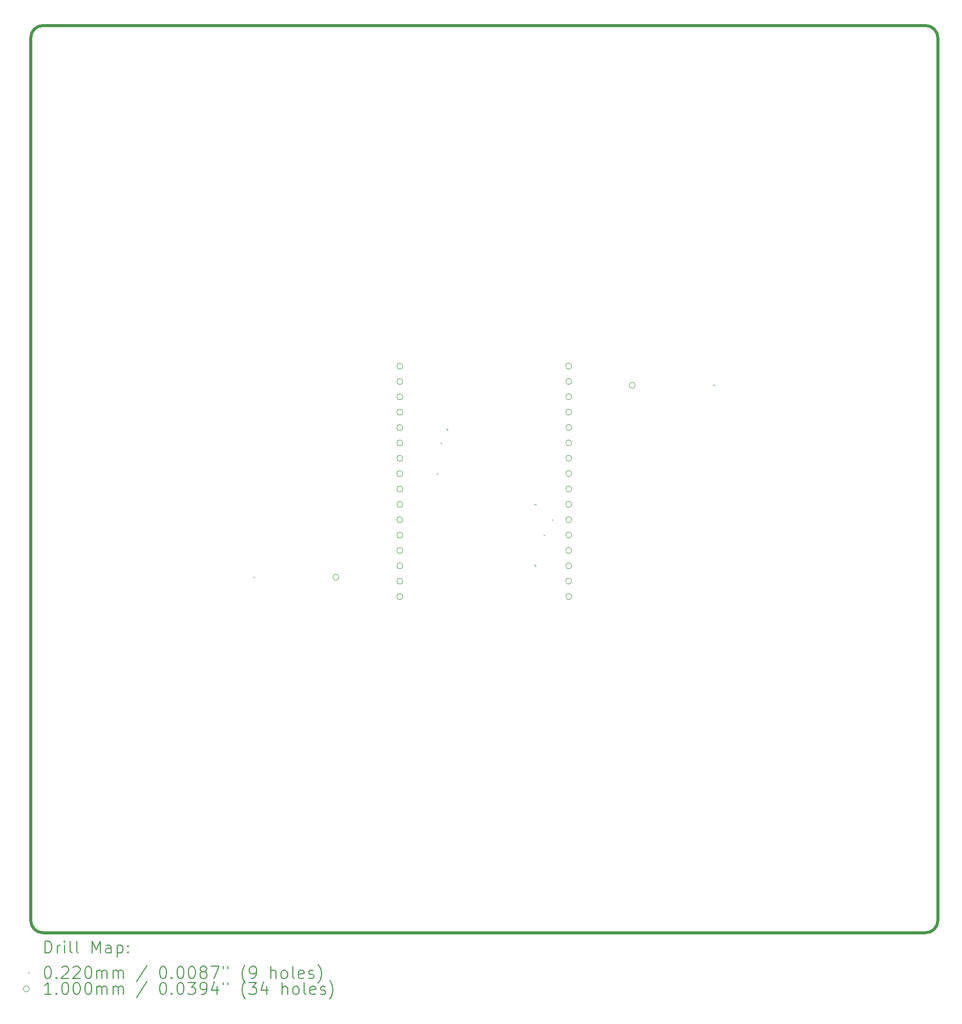
<source format=gbr>
%TF.GenerationSoftware,KiCad,Pcbnew,9.0.4*%
%TF.CreationDate,2025-11-21T09:51:15+00:00*%
%TF.ProjectId,PyBoardTester,5079426f-6172-4645-9465-737465722e6b,rev?*%
%TF.SameCoordinates,Original*%
%TF.FileFunction,Drillmap*%
%TF.FilePolarity,Positive*%
%FSLAX45Y45*%
G04 Gerber Fmt 4.5, Leading zero omitted, Abs format (unit mm)*
G04 Created by KiCad (PCBNEW 9.0.4) date 2025-11-21 09:51:15*
%MOMM*%
%LPD*%
G01*
G04 APERTURE LIST*
%ADD10C,0.500000*%
%ADD11C,0.200000*%
%ADD12C,0.100000*%
G04 APERTURE END LIST*
D10*
X17000000Y-3100000D02*
X17000000Y-17700000D01*
X2200000Y-17900000D02*
G75*
G02*
X2000000Y-17700000I0J200000D01*
G01*
X2200000Y-2900000D02*
X16800000Y-2900000D01*
X16800000Y-17900000D02*
X2200000Y-17900000D01*
X16800000Y-2900000D02*
G75*
G02*
X17000000Y-3100000I0J-200000D01*
G01*
X2000000Y-17700000D02*
X2000000Y-3100000D01*
X17000000Y-17700000D02*
G75*
G02*
X16800000Y-17900000I-200000J0D01*
G01*
X2000000Y-3100000D02*
G75*
G02*
X2200000Y-2900000I200000J0D01*
G01*
D11*
D12*
X5680400Y-12009063D02*
X5702400Y-12031063D01*
X5702400Y-12009063D02*
X5680400Y-12031063D01*
X8709000Y-10297063D02*
X8731000Y-10319063D01*
X8731000Y-10297063D02*
X8709000Y-10319063D01*
X8779000Y-9789063D02*
X8801000Y-9811063D01*
X8801000Y-9789063D02*
X8779000Y-9811063D01*
X8874000Y-9564063D02*
X8896000Y-9586063D01*
X8896000Y-9564063D02*
X8874000Y-9586063D01*
X10330400Y-10804063D02*
X10352400Y-10826063D01*
X10352400Y-10804063D02*
X10330400Y-10826063D01*
X10330400Y-11819063D02*
X10352400Y-11841063D01*
X10352400Y-11819063D02*
X10330400Y-11841063D01*
X10480400Y-11314063D02*
X10502400Y-11336063D01*
X10502400Y-11314063D02*
X10480400Y-11336063D01*
X10615400Y-11059063D02*
X10637400Y-11081063D01*
X10637400Y-11059063D02*
X10615400Y-11081063D01*
X13285400Y-8834063D02*
X13307400Y-8856063D01*
X13307400Y-8834063D02*
X13285400Y-8856063D01*
X7094068Y-12021569D02*
G75*
G02*
X6994068Y-12021569I-50000J0D01*
G01*
X6994068Y-12021569D02*
G75*
G02*
X7094068Y-12021569I50000J0D01*
G01*
X8153000Y-8531263D02*
G75*
G02*
X8053000Y-8531263I-50000J0D01*
G01*
X8053000Y-8531263D02*
G75*
G02*
X8153000Y-8531263I50000J0D01*
G01*
X8153000Y-8785263D02*
G75*
G02*
X8053000Y-8785263I-50000J0D01*
G01*
X8053000Y-8785263D02*
G75*
G02*
X8153000Y-8785263I50000J0D01*
G01*
X8153000Y-9039263D02*
G75*
G02*
X8053000Y-9039263I-50000J0D01*
G01*
X8053000Y-9039263D02*
G75*
G02*
X8153000Y-9039263I50000J0D01*
G01*
X8153000Y-9293263D02*
G75*
G02*
X8053000Y-9293263I-50000J0D01*
G01*
X8053000Y-9293263D02*
G75*
G02*
X8153000Y-9293263I50000J0D01*
G01*
X8153000Y-9547263D02*
G75*
G02*
X8053000Y-9547263I-50000J0D01*
G01*
X8053000Y-9547263D02*
G75*
G02*
X8153000Y-9547263I50000J0D01*
G01*
X8153000Y-9801263D02*
G75*
G02*
X8053000Y-9801263I-50000J0D01*
G01*
X8053000Y-9801263D02*
G75*
G02*
X8153000Y-9801263I50000J0D01*
G01*
X8153000Y-10055263D02*
G75*
G02*
X8053000Y-10055263I-50000J0D01*
G01*
X8053000Y-10055263D02*
G75*
G02*
X8153000Y-10055263I50000J0D01*
G01*
X8153000Y-10309263D02*
G75*
G02*
X8053000Y-10309263I-50000J0D01*
G01*
X8053000Y-10309263D02*
G75*
G02*
X8153000Y-10309263I50000J0D01*
G01*
X8153000Y-10563263D02*
G75*
G02*
X8053000Y-10563263I-50000J0D01*
G01*
X8053000Y-10563263D02*
G75*
G02*
X8153000Y-10563263I50000J0D01*
G01*
X8153000Y-10817263D02*
G75*
G02*
X8053000Y-10817263I-50000J0D01*
G01*
X8053000Y-10817263D02*
G75*
G02*
X8153000Y-10817263I50000J0D01*
G01*
X8153000Y-11071263D02*
G75*
G02*
X8053000Y-11071263I-50000J0D01*
G01*
X8053000Y-11071263D02*
G75*
G02*
X8153000Y-11071263I50000J0D01*
G01*
X8153000Y-11325263D02*
G75*
G02*
X8053000Y-11325263I-50000J0D01*
G01*
X8053000Y-11325263D02*
G75*
G02*
X8153000Y-11325263I50000J0D01*
G01*
X8153000Y-11579263D02*
G75*
G02*
X8053000Y-11579263I-50000J0D01*
G01*
X8053000Y-11579263D02*
G75*
G02*
X8153000Y-11579263I50000J0D01*
G01*
X8153000Y-11833263D02*
G75*
G02*
X8053000Y-11833263I-50000J0D01*
G01*
X8053000Y-11833263D02*
G75*
G02*
X8153000Y-11833263I50000J0D01*
G01*
X8153000Y-12087263D02*
G75*
G02*
X8053000Y-12087263I-50000J0D01*
G01*
X8053000Y-12087263D02*
G75*
G02*
X8153000Y-12087263I50000J0D01*
G01*
X8153000Y-12341263D02*
G75*
G02*
X8053000Y-12341263I-50000J0D01*
G01*
X8053000Y-12341263D02*
G75*
G02*
X8153000Y-12341263I50000J0D01*
G01*
X10946400Y-8530063D02*
G75*
G02*
X10846400Y-8530063I-50000J0D01*
G01*
X10846400Y-8530063D02*
G75*
G02*
X10946400Y-8530063I50000J0D01*
G01*
X10946400Y-8784063D02*
G75*
G02*
X10846400Y-8784063I-50000J0D01*
G01*
X10846400Y-8784063D02*
G75*
G02*
X10946400Y-8784063I50000J0D01*
G01*
X10946400Y-9038063D02*
G75*
G02*
X10846400Y-9038063I-50000J0D01*
G01*
X10846400Y-9038063D02*
G75*
G02*
X10946400Y-9038063I50000J0D01*
G01*
X10946400Y-9292063D02*
G75*
G02*
X10846400Y-9292063I-50000J0D01*
G01*
X10846400Y-9292063D02*
G75*
G02*
X10946400Y-9292063I50000J0D01*
G01*
X10946400Y-9546063D02*
G75*
G02*
X10846400Y-9546063I-50000J0D01*
G01*
X10846400Y-9546063D02*
G75*
G02*
X10946400Y-9546063I50000J0D01*
G01*
X10946400Y-9800063D02*
G75*
G02*
X10846400Y-9800063I-50000J0D01*
G01*
X10846400Y-9800063D02*
G75*
G02*
X10946400Y-9800063I50000J0D01*
G01*
X10946400Y-10054063D02*
G75*
G02*
X10846400Y-10054063I-50000J0D01*
G01*
X10846400Y-10054063D02*
G75*
G02*
X10946400Y-10054063I50000J0D01*
G01*
X10946400Y-10308063D02*
G75*
G02*
X10846400Y-10308063I-50000J0D01*
G01*
X10846400Y-10308063D02*
G75*
G02*
X10946400Y-10308063I50000J0D01*
G01*
X10946400Y-10562063D02*
G75*
G02*
X10846400Y-10562063I-50000J0D01*
G01*
X10846400Y-10562063D02*
G75*
G02*
X10946400Y-10562063I50000J0D01*
G01*
X10946400Y-10816063D02*
G75*
G02*
X10846400Y-10816063I-50000J0D01*
G01*
X10846400Y-10816063D02*
G75*
G02*
X10946400Y-10816063I50000J0D01*
G01*
X10946400Y-11070063D02*
G75*
G02*
X10846400Y-11070063I-50000J0D01*
G01*
X10846400Y-11070063D02*
G75*
G02*
X10946400Y-11070063I50000J0D01*
G01*
X10946400Y-11324063D02*
G75*
G02*
X10846400Y-11324063I-50000J0D01*
G01*
X10846400Y-11324063D02*
G75*
G02*
X10946400Y-11324063I50000J0D01*
G01*
X10946400Y-11578063D02*
G75*
G02*
X10846400Y-11578063I-50000J0D01*
G01*
X10846400Y-11578063D02*
G75*
G02*
X10946400Y-11578063I50000J0D01*
G01*
X10946400Y-11832063D02*
G75*
G02*
X10846400Y-11832063I-50000J0D01*
G01*
X10846400Y-11832063D02*
G75*
G02*
X10946400Y-11832063I50000J0D01*
G01*
X10946400Y-12086063D02*
G75*
G02*
X10846400Y-12086063I-50000J0D01*
G01*
X10846400Y-12086063D02*
G75*
G02*
X10946400Y-12086063I50000J0D01*
G01*
X10946400Y-12340063D02*
G75*
G02*
X10846400Y-12340063I-50000J0D01*
G01*
X10846400Y-12340063D02*
G75*
G02*
X10946400Y-12340063I50000J0D01*
G01*
X11996400Y-8847397D02*
G75*
G02*
X11896400Y-8847397I-50000J0D01*
G01*
X11896400Y-8847397D02*
G75*
G02*
X11996400Y-8847397I50000J0D01*
G01*
D11*
X2235777Y-18236484D02*
X2235777Y-18036484D01*
X2235777Y-18036484D02*
X2283396Y-18036484D01*
X2283396Y-18036484D02*
X2311967Y-18046008D01*
X2311967Y-18046008D02*
X2331015Y-18065055D01*
X2331015Y-18065055D02*
X2340539Y-18084103D01*
X2340539Y-18084103D02*
X2350063Y-18122198D01*
X2350063Y-18122198D02*
X2350063Y-18150770D01*
X2350063Y-18150770D02*
X2340539Y-18188865D01*
X2340539Y-18188865D02*
X2331015Y-18207912D01*
X2331015Y-18207912D02*
X2311967Y-18226960D01*
X2311967Y-18226960D02*
X2283396Y-18236484D01*
X2283396Y-18236484D02*
X2235777Y-18236484D01*
X2435777Y-18236484D02*
X2435777Y-18103150D01*
X2435777Y-18141246D02*
X2445301Y-18122198D01*
X2445301Y-18122198D02*
X2454824Y-18112674D01*
X2454824Y-18112674D02*
X2473872Y-18103150D01*
X2473872Y-18103150D02*
X2492920Y-18103150D01*
X2559586Y-18236484D02*
X2559586Y-18103150D01*
X2559586Y-18036484D02*
X2550063Y-18046008D01*
X2550063Y-18046008D02*
X2559586Y-18055531D01*
X2559586Y-18055531D02*
X2569110Y-18046008D01*
X2569110Y-18046008D02*
X2559586Y-18036484D01*
X2559586Y-18036484D02*
X2559586Y-18055531D01*
X2683396Y-18236484D02*
X2664348Y-18226960D01*
X2664348Y-18226960D02*
X2654824Y-18207912D01*
X2654824Y-18207912D02*
X2654824Y-18036484D01*
X2788158Y-18236484D02*
X2769110Y-18226960D01*
X2769110Y-18226960D02*
X2759586Y-18207912D01*
X2759586Y-18207912D02*
X2759586Y-18036484D01*
X3016729Y-18236484D02*
X3016729Y-18036484D01*
X3016729Y-18036484D02*
X3083396Y-18179341D01*
X3083396Y-18179341D02*
X3150062Y-18036484D01*
X3150062Y-18036484D02*
X3150062Y-18236484D01*
X3331015Y-18236484D02*
X3331015Y-18131722D01*
X3331015Y-18131722D02*
X3321491Y-18112674D01*
X3321491Y-18112674D02*
X3302443Y-18103150D01*
X3302443Y-18103150D02*
X3264348Y-18103150D01*
X3264348Y-18103150D02*
X3245301Y-18112674D01*
X3331015Y-18226960D02*
X3311967Y-18236484D01*
X3311967Y-18236484D02*
X3264348Y-18236484D01*
X3264348Y-18236484D02*
X3245301Y-18226960D01*
X3245301Y-18226960D02*
X3235777Y-18207912D01*
X3235777Y-18207912D02*
X3235777Y-18188865D01*
X3235777Y-18188865D02*
X3245301Y-18169817D01*
X3245301Y-18169817D02*
X3264348Y-18160293D01*
X3264348Y-18160293D02*
X3311967Y-18160293D01*
X3311967Y-18160293D02*
X3331015Y-18150770D01*
X3426253Y-18103150D02*
X3426253Y-18303150D01*
X3426253Y-18112674D02*
X3445301Y-18103150D01*
X3445301Y-18103150D02*
X3483396Y-18103150D01*
X3483396Y-18103150D02*
X3502443Y-18112674D01*
X3502443Y-18112674D02*
X3511967Y-18122198D01*
X3511967Y-18122198D02*
X3521491Y-18141246D01*
X3521491Y-18141246D02*
X3521491Y-18198389D01*
X3521491Y-18198389D02*
X3511967Y-18217436D01*
X3511967Y-18217436D02*
X3502443Y-18226960D01*
X3502443Y-18226960D02*
X3483396Y-18236484D01*
X3483396Y-18236484D02*
X3445301Y-18236484D01*
X3445301Y-18236484D02*
X3426253Y-18226960D01*
X3607205Y-18217436D02*
X3616729Y-18226960D01*
X3616729Y-18226960D02*
X3607205Y-18236484D01*
X3607205Y-18236484D02*
X3597682Y-18226960D01*
X3597682Y-18226960D02*
X3607205Y-18217436D01*
X3607205Y-18217436D02*
X3607205Y-18236484D01*
X3607205Y-18112674D02*
X3616729Y-18122198D01*
X3616729Y-18122198D02*
X3607205Y-18131722D01*
X3607205Y-18131722D02*
X3597682Y-18122198D01*
X3597682Y-18122198D02*
X3607205Y-18112674D01*
X3607205Y-18112674D02*
X3607205Y-18131722D01*
D12*
X1953000Y-18554000D02*
X1975000Y-18576000D01*
X1975000Y-18554000D02*
X1953000Y-18576000D01*
D11*
X2273872Y-18456484D02*
X2292920Y-18456484D01*
X2292920Y-18456484D02*
X2311967Y-18466008D01*
X2311967Y-18466008D02*
X2321491Y-18475531D01*
X2321491Y-18475531D02*
X2331015Y-18494579D01*
X2331015Y-18494579D02*
X2340539Y-18532674D01*
X2340539Y-18532674D02*
X2340539Y-18580293D01*
X2340539Y-18580293D02*
X2331015Y-18618389D01*
X2331015Y-18618389D02*
X2321491Y-18637436D01*
X2321491Y-18637436D02*
X2311967Y-18646960D01*
X2311967Y-18646960D02*
X2292920Y-18656484D01*
X2292920Y-18656484D02*
X2273872Y-18656484D01*
X2273872Y-18656484D02*
X2254824Y-18646960D01*
X2254824Y-18646960D02*
X2245301Y-18637436D01*
X2245301Y-18637436D02*
X2235777Y-18618389D01*
X2235777Y-18618389D02*
X2226253Y-18580293D01*
X2226253Y-18580293D02*
X2226253Y-18532674D01*
X2226253Y-18532674D02*
X2235777Y-18494579D01*
X2235777Y-18494579D02*
X2245301Y-18475531D01*
X2245301Y-18475531D02*
X2254824Y-18466008D01*
X2254824Y-18466008D02*
X2273872Y-18456484D01*
X2426253Y-18637436D02*
X2435777Y-18646960D01*
X2435777Y-18646960D02*
X2426253Y-18656484D01*
X2426253Y-18656484D02*
X2416729Y-18646960D01*
X2416729Y-18646960D02*
X2426253Y-18637436D01*
X2426253Y-18637436D02*
X2426253Y-18656484D01*
X2511967Y-18475531D02*
X2521491Y-18466008D01*
X2521491Y-18466008D02*
X2540539Y-18456484D01*
X2540539Y-18456484D02*
X2588158Y-18456484D01*
X2588158Y-18456484D02*
X2607205Y-18466008D01*
X2607205Y-18466008D02*
X2616729Y-18475531D01*
X2616729Y-18475531D02*
X2626253Y-18494579D01*
X2626253Y-18494579D02*
X2626253Y-18513627D01*
X2626253Y-18513627D02*
X2616729Y-18542198D01*
X2616729Y-18542198D02*
X2502444Y-18656484D01*
X2502444Y-18656484D02*
X2626253Y-18656484D01*
X2702444Y-18475531D02*
X2711967Y-18466008D01*
X2711967Y-18466008D02*
X2731015Y-18456484D01*
X2731015Y-18456484D02*
X2778634Y-18456484D01*
X2778634Y-18456484D02*
X2797682Y-18466008D01*
X2797682Y-18466008D02*
X2807205Y-18475531D01*
X2807205Y-18475531D02*
X2816729Y-18494579D01*
X2816729Y-18494579D02*
X2816729Y-18513627D01*
X2816729Y-18513627D02*
X2807205Y-18542198D01*
X2807205Y-18542198D02*
X2692920Y-18656484D01*
X2692920Y-18656484D02*
X2816729Y-18656484D01*
X2940539Y-18456484D02*
X2959586Y-18456484D01*
X2959586Y-18456484D02*
X2978634Y-18466008D01*
X2978634Y-18466008D02*
X2988158Y-18475531D01*
X2988158Y-18475531D02*
X2997682Y-18494579D01*
X2997682Y-18494579D02*
X3007205Y-18532674D01*
X3007205Y-18532674D02*
X3007205Y-18580293D01*
X3007205Y-18580293D02*
X2997682Y-18618389D01*
X2997682Y-18618389D02*
X2988158Y-18637436D01*
X2988158Y-18637436D02*
X2978634Y-18646960D01*
X2978634Y-18646960D02*
X2959586Y-18656484D01*
X2959586Y-18656484D02*
X2940539Y-18656484D01*
X2940539Y-18656484D02*
X2921491Y-18646960D01*
X2921491Y-18646960D02*
X2911967Y-18637436D01*
X2911967Y-18637436D02*
X2902443Y-18618389D01*
X2902443Y-18618389D02*
X2892920Y-18580293D01*
X2892920Y-18580293D02*
X2892920Y-18532674D01*
X2892920Y-18532674D02*
X2902443Y-18494579D01*
X2902443Y-18494579D02*
X2911967Y-18475531D01*
X2911967Y-18475531D02*
X2921491Y-18466008D01*
X2921491Y-18466008D02*
X2940539Y-18456484D01*
X3092920Y-18656484D02*
X3092920Y-18523150D01*
X3092920Y-18542198D02*
X3102443Y-18532674D01*
X3102443Y-18532674D02*
X3121491Y-18523150D01*
X3121491Y-18523150D02*
X3150063Y-18523150D01*
X3150063Y-18523150D02*
X3169110Y-18532674D01*
X3169110Y-18532674D02*
X3178634Y-18551722D01*
X3178634Y-18551722D02*
X3178634Y-18656484D01*
X3178634Y-18551722D02*
X3188158Y-18532674D01*
X3188158Y-18532674D02*
X3207205Y-18523150D01*
X3207205Y-18523150D02*
X3235777Y-18523150D01*
X3235777Y-18523150D02*
X3254824Y-18532674D01*
X3254824Y-18532674D02*
X3264348Y-18551722D01*
X3264348Y-18551722D02*
X3264348Y-18656484D01*
X3359586Y-18656484D02*
X3359586Y-18523150D01*
X3359586Y-18542198D02*
X3369110Y-18532674D01*
X3369110Y-18532674D02*
X3388158Y-18523150D01*
X3388158Y-18523150D02*
X3416729Y-18523150D01*
X3416729Y-18523150D02*
X3435777Y-18532674D01*
X3435777Y-18532674D02*
X3445301Y-18551722D01*
X3445301Y-18551722D02*
X3445301Y-18656484D01*
X3445301Y-18551722D02*
X3454824Y-18532674D01*
X3454824Y-18532674D02*
X3473872Y-18523150D01*
X3473872Y-18523150D02*
X3502443Y-18523150D01*
X3502443Y-18523150D02*
X3521491Y-18532674D01*
X3521491Y-18532674D02*
X3531015Y-18551722D01*
X3531015Y-18551722D02*
X3531015Y-18656484D01*
X3921491Y-18446960D02*
X3750063Y-18704103D01*
X4178634Y-18456484D02*
X4197682Y-18456484D01*
X4197682Y-18456484D02*
X4216729Y-18466008D01*
X4216729Y-18466008D02*
X4226253Y-18475531D01*
X4226253Y-18475531D02*
X4235777Y-18494579D01*
X4235777Y-18494579D02*
X4245301Y-18532674D01*
X4245301Y-18532674D02*
X4245301Y-18580293D01*
X4245301Y-18580293D02*
X4235777Y-18618389D01*
X4235777Y-18618389D02*
X4226253Y-18637436D01*
X4226253Y-18637436D02*
X4216729Y-18646960D01*
X4216729Y-18646960D02*
X4197682Y-18656484D01*
X4197682Y-18656484D02*
X4178634Y-18656484D01*
X4178634Y-18656484D02*
X4159586Y-18646960D01*
X4159586Y-18646960D02*
X4150063Y-18637436D01*
X4150063Y-18637436D02*
X4140539Y-18618389D01*
X4140539Y-18618389D02*
X4131015Y-18580293D01*
X4131015Y-18580293D02*
X4131015Y-18532674D01*
X4131015Y-18532674D02*
X4140539Y-18494579D01*
X4140539Y-18494579D02*
X4150063Y-18475531D01*
X4150063Y-18475531D02*
X4159586Y-18466008D01*
X4159586Y-18466008D02*
X4178634Y-18456484D01*
X4331015Y-18637436D02*
X4340539Y-18646960D01*
X4340539Y-18646960D02*
X4331015Y-18656484D01*
X4331015Y-18656484D02*
X4321491Y-18646960D01*
X4321491Y-18646960D02*
X4331015Y-18637436D01*
X4331015Y-18637436D02*
X4331015Y-18656484D01*
X4464348Y-18456484D02*
X4483396Y-18456484D01*
X4483396Y-18456484D02*
X4502444Y-18466008D01*
X4502444Y-18466008D02*
X4511968Y-18475531D01*
X4511968Y-18475531D02*
X4521491Y-18494579D01*
X4521491Y-18494579D02*
X4531015Y-18532674D01*
X4531015Y-18532674D02*
X4531015Y-18580293D01*
X4531015Y-18580293D02*
X4521491Y-18618389D01*
X4521491Y-18618389D02*
X4511968Y-18637436D01*
X4511968Y-18637436D02*
X4502444Y-18646960D01*
X4502444Y-18646960D02*
X4483396Y-18656484D01*
X4483396Y-18656484D02*
X4464348Y-18656484D01*
X4464348Y-18656484D02*
X4445301Y-18646960D01*
X4445301Y-18646960D02*
X4435777Y-18637436D01*
X4435777Y-18637436D02*
X4426253Y-18618389D01*
X4426253Y-18618389D02*
X4416729Y-18580293D01*
X4416729Y-18580293D02*
X4416729Y-18532674D01*
X4416729Y-18532674D02*
X4426253Y-18494579D01*
X4426253Y-18494579D02*
X4435777Y-18475531D01*
X4435777Y-18475531D02*
X4445301Y-18466008D01*
X4445301Y-18466008D02*
X4464348Y-18456484D01*
X4654825Y-18456484D02*
X4673872Y-18456484D01*
X4673872Y-18456484D02*
X4692920Y-18466008D01*
X4692920Y-18466008D02*
X4702444Y-18475531D01*
X4702444Y-18475531D02*
X4711968Y-18494579D01*
X4711968Y-18494579D02*
X4721491Y-18532674D01*
X4721491Y-18532674D02*
X4721491Y-18580293D01*
X4721491Y-18580293D02*
X4711968Y-18618389D01*
X4711968Y-18618389D02*
X4702444Y-18637436D01*
X4702444Y-18637436D02*
X4692920Y-18646960D01*
X4692920Y-18646960D02*
X4673872Y-18656484D01*
X4673872Y-18656484D02*
X4654825Y-18656484D01*
X4654825Y-18656484D02*
X4635777Y-18646960D01*
X4635777Y-18646960D02*
X4626253Y-18637436D01*
X4626253Y-18637436D02*
X4616729Y-18618389D01*
X4616729Y-18618389D02*
X4607206Y-18580293D01*
X4607206Y-18580293D02*
X4607206Y-18532674D01*
X4607206Y-18532674D02*
X4616729Y-18494579D01*
X4616729Y-18494579D02*
X4626253Y-18475531D01*
X4626253Y-18475531D02*
X4635777Y-18466008D01*
X4635777Y-18466008D02*
X4654825Y-18456484D01*
X4835777Y-18542198D02*
X4816729Y-18532674D01*
X4816729Y-18532674D02*
X4807206Y-18523150D01*
X4807206Y-18523150D02*
X4797682Y-18504103D01*
X4797682Y-18504103D02*
X4797682Y-18494579D01*
X4797682Y-18494579D02*
X4807206Y-18475531D01*
X4807206Y-18475531D02*
X4816729Y-18466008D01*
X4816729Y-18466008D02*
X4835777Y-18456484D01*
X4835777Y-18456484D02*
X4873872Y-18456484D01*
X4873872Y-18456484D02*
X4892920Y-18466008D01*
X4892920Y-18466008D02*
X4902444Y-18475531D01*
X4902444Y-18475531D02*
X4911968Y-18494579D01*
X4911968Y-18494579D02*
X4911968Y-18504103D01*
X4911968Y-18504103D02*
X4902444Y-18523150D01*
X4902444Y-18523150D02*
X4892920Y-18532674D01*
X4892920Y-18532674D02*
X4873872Y-18542198D01*
X4873872Y-18542198D02*
X4835777Y-18542198D01*
X4835777Y-18542198D02*
X4816729Y-18551722D01*
X4816729Y-18551722D02*
X4807206Y-18561246D01*
X4807206Y-18561246D02*
X4797682Y-18580293D01*
X4797682Y-18580293D02*
X4797682Y-18618389D01*
X4797682Y-18618389D02*
X4807206Y-18637436D01*
X4807206Y-18637436D02*
X4816729Y-18646960D01*
X4816729Y-18646960D02*
X4835777Y-18656484D01*
X4835777Y-18656484D02*
X4873872Y-18656484D01*
X4873872Y-18656484D02*
X4892920Y-18646960D01*
X4892920Y-18646960D02*
X4902444Y-18637436D01*
X4902444Y-18637436D02*
X4911968Y-18618389D01*
X4911968Y-18618389D02*
X4911968Y-18580293D01*
X4911968Y-18580293D02*
X4902444Y-18561246D01*
X4902444Y-18561246D02*
X4892920Y-18551722D01*
X4892920Y-18551722D02*
X4873872Y-18542198D01*
X4978634Y-18456484D02*
X5111968Y-18456484D01*
X5111968Y-18456484D02*
X5026253Y-18656484D01*
X5178634Y-18456484D02*
X5178634Y-18494579D01*
X5254825Y-18456484D02*
X5254825Y-18494579D01*
X5550063Y-18732674D02*
X5540539Y-18723150D01*
X5540539Y-18723150D02*
X5521491Y-18694579D01*
X5521491Y-18694579D02*
X5511968Y-18675531D01*
X5511968Y-18675531D02*
X5502444Y-18646960D01*
X5502444Y-18646960D02*
X5492920Y-18599341D01*
X5492920Y-18599341D02*
X5492920Y-18561246D01*
X5492920Y-18561246D02*
X5502444Y-18513627D01*
X5502444Y-18513627D02*
X5511968Y-18485055D01*
X5511968Y-18485055D02*
X5521491Y-18466008D01*
X5521491Y-18466008D02*
X5540539Y-18437436D01*
X5540539Y-18437436D02*
X5550063Y-18427912D01*
X5635777Y-18656484D02*
X5673872Y-18656484D01*
X5673872Y-18656484D02*
X5692920Y-18646960D01*
X5692920Y-18646960D02*
X5702444Y-18637436D01*
X5702444Y-18637436D02*
X5721491Y-18608865D01*
X5721491Y-18608865D02*
X5731015Y-18570770D01*
X5731015Y-18570770D02*
X5731015Y-18494579D01*
X5731015Y-18494579D02*
X5721491Y-18475531D01*
X5721491Y-18475531D02*
X5711968Y-18466008D01*
X5711968Y-18466008D02*
X5692920Y-18456484D01*
X5692920Y-18456484D02*
X5654825Y-18456484D01*
X5654825Y-18456484D02*
X5635777Y-18466008D01*
X5635777Y-18466008D02*
X5626253Y-18475531D01*
X5626253Y-18475531D02*
X5616729Y-18494579D01*
X5616729Y-18494579D02*
X5616729Y-18542198D01*
X5616729Y-18542198D02*
X5626253Y-18561246D01*
X5626253Y-18561246D02*
X5635777Y-18570770D01*
X5635777Y-18570770D02*
X5654825Y-18580293D01*
X5654825Y-18580293D02*
X5692920Y-18580293D01*
X5692920Y-18580293D02*
X5711968Y-18570770D01*
X5711968Y-18570770D02*
X5721491Y-18561246D01*
X5721491Y-18561246D02*
X5731015Y-18542198D01*
X5969110Y-18656484D02*
X5969110Y-18456484D01*
X6054825Y-18656484D02*
X6054825Y-18551722D01*
X6054825Y-18551722D02*
X6045301Y-18532674D01*
X6045301Y-18532674D02*
X6026253Y-18523150D01*
X6026253Y-18523150D02*
X5997682Y-18523150D01*
X5997682Y-18523150D02*
X5978634Y-18532674D01*
X5978634Y-18532674D02*
X5969110Y-18542198D01*
X6178634Y-18656484D02*
X6159587Y-18646960D01*
X6159587Y-18646960D02*
X6150063Y-18637436D01*
X6150063Y-18637436D02*
X6140539Y-18618389D01*
X6140539Y-18618389D02*
X6140539Y-18561246D01*
X6140539Y-18561246D02*
X6150063Y-18542198D01*
X6150063Y-18542198D02*
X6159587Y-18532674D01*
X6159587Y-18532674D02*
X6178634Y-18523150D01*
X6178634Y-18523150D02*
X6207206Y-18523150D01*
X6207206Y-18523150D02*
X6226253Y-18532674D01*
X6226253Y-18532674D02*
X6235777Y-18542198D01*
X6235777Y-18542198D02*
X6245301Y-18561246D01*
X6245301Y-18561246D02*
X6245301Y-18618389D01*
X6245301Y-18618389D02*
X6235777Y-18637436D01*
X6235777Y-18637436D02*
X6226253Y-18646960D01*
X6226253Y-18646960D02*
X6207206Y-18656484D01*
X6207206Y-18656484D02*
X6178634Y-18656484D01*
X6359587Y-18656484D02*
X6340539Y-18646960D01*
X6340539Y-18646960D02*
X6331015Y-18627912D01*
X6331015Y-18627912D02*
X6331015Y-18456484D01*
X6511968Y-18646960D02*
X6492920Y-18656484D01*
X6492920Y-18656484D02*
X6454825Y-18656484D01*
X6454825Y-18656484D02*
X6435777Y-18646960D01*
X6435777Y-18646960D02*
X6426253Y-18627912D01*
X6426253Y-18627912D02*
X6426253Y-18551722D01*
X6426253Y-18551722D02*
X6435777Y-18532674D01*
X6435777Y-18532674D02*
X6454825Y-18523150D01*
X6454825Y-18523150D02*
X6492920Y-18523150D01*
X6492920Y-18523150D02*
X6511968Y-18532674D01*
X6511968Y-18532674D02*
X6521491Y-18551722D01*
X6521491Y-18551722D02*
X6521491Y-18570770D01*
X6521491Y-18570770D02*
X6426253Y-18589817D01*
X6597682Y-18646960D02*
X6616730Y-18656484D01*
X6616730Y-18656484D02*
X6654825Y-18656484D01*
X6654825Y-18656484D02*
X6673872Y-18646960D01*
X6673872Y-18646960D02*
X6683396Y-18627912D01*
X6683396Y-18627912D02*
X6683396Y-18618389D01*
X6683396Y-18618389D02*
X6673872Y-18599341D01*
X6673872Y-18599341D02*
X6654825Y-18589817D01*
X6654825Y-18589817D02*
X6626253Y-18589817D01*
X6626253Y-18589817D02*
X6607206Y-18580293D01*
X6607206Y-18580293D02*
X6597682Y-18561246D01*
X6597682Y-18561246D02*
X6597682Y-18551722D01*
X6597682Y-18551722D02*
X6607206Y-18532674D01*
X6607206Y-18532674D02*
X6626253Y-18523150D01*
X6626253Y-18523150D02*
X6654825Y-18523150D01*
X6654825Y-18523150D02*
X6673872Y-18532674D01*
X6750063Y-18732674D02*
X6759587Y-18723150D01*
X6759587Y-18723150D02*
X6778634Y-18694579D01*
X6778634Y-18694579D02*
X6788158Y-18675531D01*
X6788158Y-18675531D02*
X6797682Y-18646960D01*
X6797682Y-18646960D02*
X6807206Y-18599341D01*
X6807206Y-18599341D02*
X6807206Y-18561246D01*
X6807206Y-18561246D02*
X6797682Y-18513627D01*
X6797682Y-18513627D02*
X6788158Y-18485055D01*
X6788158Y-18485055D02*
X6778634Y-18466008D01*
X6778634Y-18466008D02*
X6759587Y-18437436D01*
X6759587Y-18437436D02*
X6750063Y-18427912D01*
D12*
X1975000Y-18829000D02*
G75*
G02*
X1875000Y-18829000I-50000J0D01*
G01*
X1875000Y-18829000D02*
G75*
G02*
X1975000Y-18829000I50000J0D01*
G01*
D11*
X2340539Y-18920484D02*
X2226253Y-18920484D01*
X2283396Y-18920484D02*
X2283396Y-18720484D01*
X2283396Y-18720484D02*
X2264348Y-18749055D01*
X2264348Y-18749055D02*
X2245301Y-18768103D01*
X2245301Y-18768103D02*
X2226253Y-18777627D01*
X2426253Y-18901436D02*
X2435777Y-18910960D01*
X2435777Y-18910960D02*
X2426253Y-18920484D01*
X2426253Y-18920484D02*
X2416729Y-18910960D01*
X2416729Y-18910960D02*
X2426253Y-18901436D01*
X2426253Y-18901436D02*
X2426253Y-18920484D01*
X2559586Y-18720484D02*
X2578634Y-18720484D01*
X2578634Y-18720484D02*
X2597682Y-18730008D01*
X2597682Y-18730008D02*
X2607205Y-18739531D01*
X2607205Y-18739531D02*
X2616729Y-18758579D01*
X2616729Y-18758579D02*
X2626253Y-18796674D01*
X2626253Y-18796674D02*
X2626253Y-18844293D01*
X2626253Y-18844293D02*
X2616729Y-18882389D01*
X2616729Y-18882389D02*
X2607205Y-18901436D01*
X2607205Y-18901436D02*
X2597682Y-18910960D01*
X2597682Y-18910960D02*
X2578634Y-18920484D01*
X2578634Y-18920484D02*
X2559586Y-18920484D01*
X2559586Y-18920484D02*
X2540539Y-18910960D01*
X2540539Y-18910960D02*
X2531015Y-18901436D01*
X2531015Y-18901436D02*
X2521491Y-18882389D01*
X2521491Y-18882389D02*
X2511967Y-18844293D01*
X2511967Y-18844293D02*
X2511967Y-18796674D01*
X2511967Y-18796674D02*
X2521491Y-18758579D01*
X2521491Y-18758579D02*
X2531015Y-18739531D01*
X2531015Y-18739531D02*
X2540539Y-18730008D01*
X2540539Y-18730008D02*
X2559586Y-18720484D01*
X2750063Y-18720484D02*
X2769110Y-18720484D01*
X2769110Y-18720484D02*
X2788158Y-18730008D01*
X2788158Y-18730008D02*
X2797682Y-18739531D01*
X2797682Y-18739531D02*
X2807205Y-18758579D01*
X2807205Y-18758579D02*
X2816729Y-18796674D01*
X2816729Y-18796674D02*
X2816729Y-18844293D01*
X2816729Y-18844293D02*
X2807205Y-18882389D01*
X2807205Y-18882389D02*
X2797682Y-18901436D01*
X2797682Y-18901436D02*
X2788158Y-18910960D01*
X2788158Y-18910960D02*
X2769110Y-18920484D01*
X2769110Y-18920484D02*
X2750063Y-18920484D01*
X2750063Y-18920484D02*
X2731015Y-18910960D01*
X2731015Y-18910960D02*
X2721491Y-18901436D01*
X2721491Y-18901436D02*
X2711967Y-18882389D01*
X2711967Y-18882389D02*
X2702444Y-18844293D01*
X2702444Y-18844293D02*
X2702444Y-18796674D01*
X2702444Y-18796674D02*
X2711967Y-18758579D01*
X2711967Y-18758579D02*
X2721491Y-18739531D01*
X2721491Y-18739531D02*
X2731015Y-18730008D01*
X2731015Y-18730008D02*
X2750063Y-18720484D01*
X2940539Y-18720484D02*
X2959586Y-18720484D01*
X2959586Y-18720484D02*
X2978634Y-18730008D01*
X2978634Y-18730008D02*
X2988158Y-18739531D01*
X2988158Y-18739531D02*
X2997682Y-18758579D01*
X2997682Y-18758579D02*
X3007205Y-18796674D01*
X3007205Y-18796674D02*
X3007205Y-18844293D01*
X3007205Y-18844293D02*
X2997682Y-18882389D01*
X2997682Y-18882389D02*
X2988158Y-18901436D01*
X2988158Y-18901436D02*
X2978634Y-18910960D01*
X2978634Y-18910960D02*
X2959586Y-18920484D01*
X2959586Y-18920484D02*
X2940539Y-18920484D01*
X2940539Y-18920484D02*
X2921491Y-18910960D01*
X2921491Y-18910960D02*
X2911967Y-18901436D01*
X2911967Y-18901436D02*
X2902443Y-18882389D01*
X2902443Y-18882389D02*
X2892920Y-18844293D01*
X2892920Y-18844293D02*
X2892920Y-18796674D01*
X2892920Y-18796674D02*
X2902443Y-18758579D01*
X2902443Y-18758579D02*
X2911967Y-18739531D01*
X2911967Y-18739531D02*
X2921491Y-18730008D01*
X2921491Y-18730008D02*
X2940539Y-18720484D01*
X3092920Y-18920484D02*
X3092920Y-18787150D01*
X3092920Y-18806198D02*
X3102443Y-18796674D01*
X3102443Y-18796674D02*
X3121491Y-18787150D01*
X3121491Y-18787150D02*
X3150063Y-18787150D01*
X3150063Y-18787150D02*
X3169110Y-18796674D01*
X3169110Y-18796674D02*
X3178634Y-18815722D01*
X3178634Y-18815722D02*
X3178634Y-18920484D01*
X3178634Y-18815722D02*
X3188158Y-18796674D01*
X3188158Y-18796674D02*
X3207205Y-18787150D01*
X3207205Y-18787150D02*
X3235777Y-18787150D01*
X3235777Y-18787150D02*
X3254824Y-18796674D01*
X3254824Y-18796674D02*
X3264348Y-18815722D01*
X3264348Y-18815722D02*
X3264348Y-18920484D01*
X3359586Y-18920484D02*
X3359586Y-18787150D01*
X3359586Y-18806198D02*
X3369110Y-18796674D01*
X3369110Y-18796674D02*
X3388158Y-18787150D01*
X3388158Y-18787150D02*
X3416729Y-18787150D01*
X3416729Y-18787150D02*
X3435777Y-18796674D01*
X3435777Y-18796674D02*
X3445301Y-18815722D01*
X3445301Y-18815722D02*
X3445301Y-18920484D01*
X3445301Y-18815722D02*
X3454824Y-18796674D01*
X3454824Y-18796674D02*
X3473872Y-18787150D01*
X3473872Y-18787150D02*
X3502443Y-18787150D01*
X3502443Y-18787150D02*
X3521491Y-18796674D01*
X3521491Y-18796674D02*
X3531015Y-18815722D01*
X3531015Y-18815722D02*
X3531015Y-18920484D01*
X3921491Y-18710960D02*
X3750063Y-18968103D01*
X4178634Y-18720484D02*
X4197682Y-18720484D01*
X4197682Y-18720484D02*
X4216729Y-18730008D01*
X4216729Y-18730008D02*
X4226253Y-18739531D01*
X4226253Y-18739531D02*
X4235777Y-18758579D01*
X4235777Y-18758579D02*
X4245301Y-18796674D01*
X4245301Y-18796674D02*
X4245301Y-18844293D01*
X4245301Y-18844293D02*
X4235777Y-18882389D01*
X4235777Y-18882389D02*
X4226253Y-18901436D01*
X4226253Y-18901436D02*
X4216729Y-18910960D01*
X4216729Y-18910960D02*
X4197682Y-18920484D01*
X4197682Y-18920484D02*
X4178634Y-18920484D01*
X4178634Y-18920484D02*
X4159586Y-18910960D01*
X4159586Y-18910960D02*
X4150063Y-18901436D01*
X4150063Y-18901436D02*
X4140539Y-18882389D01*
X4140539Y-18882389D02*
X4131015Y-18844293D01*
X4131015Y-18844293D02*
X4131015Y-18796674D01*
X4131015Y-18796674D02*
X4140539Y-18758579D01*
X4140539Y-18758579D02*
X4150063Y-18739531D01*
X4150063Y-18739531D02*
X4159586Y-18730008D01*
X4159586Y-18730008D02*
X4178634Y-18720484D01*
X4331015Y-18901436D02*
X4340539Y-18910960D01*
X4340539Y-18910960D02*
X4331015Y-18920484D01*
X4331015Y-18920484D02*
X4321491Y-18910960D01*
X4321491Y-18910960D02*
X4331015Y-18901436D01*
X4331015Y-18901436D02*
X4331015Y-18920484D01*
X4464348Y-18720484D02*
X4483396Y-18720484D01*
X4483396Y-18720484D02*
X4502444Y-18730008D01*
X4502444Y-18730008D02*
X4511968Y-18739531D01*
X4511968Y-18739531D02*
X4521491Y-18758579D01*
X4521491Y-18758579D02*
X4531015Y-18796674D01*
X4531015Y-18796674D02*
X4531015Y-18844293D01*
X4531015Y-18844293D02*
X4521491Y-18882389D01*
X4521491Y-18882389D02*
X4511968Y-18901436D01*
X4511968Y-18901436D02*
X4502444Y-18910960D01*
X4502444Y-18910960D02*
X4483396Y-18920484D01*
X4483396Y-18920484D02*
X4464348Y-18920484D01*
X4464348Y-18920484D02*
X4445301Y-18910960D01*
X4445301Y-18910960D02*
X4435777Y-18901436D01*
X4435777Y-18901436D02*
X4426253Y-18882389D01*
X4426253Y-18882389D02*
X4416729Y-18844293D01*
X4416729Y-18844293D02*
X4416729Y-18796674D01*
X4416729Y-18796674D02*
X4426253Y-18758579D01*
X4426253Y-18758579D02*
X4435777Y-18739531D01*
X4435777Y-18739531D02*
X4445301Y-18730008D01*
X4445301Y-18730008D02*
X4464348Y-18720484D01*
X4597682Y-18720484D02*
X4721491Y-18720484D01*
X4721491Y-18720484D02*
X4654825Y-18796674D01*
X4654825Y-18796674D02*
X4683396Y-18796674D01*
X4683396Y-18796674D02*
X4702444Y-18806198D01*
X4702444Y-18806198D02*
X4711968Y-18815722D01*
X4711968Y-18815722D02*
X4721491Y-18834770D01*
X4721491Y-18834770D02*
X4721491Y-18882389D01*
X4721491Y-18882389D02*
X4711968Y-18901436D01*
X4711968Y-18901436D02*
X4702444Y-18910960D01*
X4702444Y-18910960D02*
X4683396Y-18920484D01*
X4683396Y-18920484D02*
X4626253Y-18920484D01*
X4626253Y-18920484D02*
X4607206Y-18910960D01*
X4607206Y-18910960D02*
X4597682Y-18901436D01*
X4816729Y-18920484D02*
X4854825Y-18920484D01*
X4854825Y-18920484D02*
X4873872Y-18910960D01*
X4873872Y-18910960D02*
X4883396Y-18901436D01*
X4883396Y-18901436D02*
X4902444Y-18872865D01*
X4902444Y-18872865D02*
X4911968Y-18834770D01*
X4911968Y-18834770D02*
X4911968Y-18758579D01*
X4911968Y-18758579D02*
X4902444Y-18739531D01*
X4902444Y-18739531D02*
X4892920Y-18730008D01*
X4892920Y-18730008D02*
X4873872Y-18720484D01*
X4873872Y-18720484D02*
X4835777Y-18720484D01*
X4835777Y-18720484D02*
X4816729Y-18730008D01*
X4816729Y-18730008D02*
X4807206Y-18739531D01*
X4807206Y-18739531D02*
X4797682Y-18758579D01*
X4797682Y-18758579D02*
X4797682Y-18806198D01*
X4797682Y-18806198D02*
X4807206Y-18825246D01*
X4807206Y-18825246D02*
X4816729Y-18834770D01*
X4816729Y-18834770D02*
X4835777Y-18844293D01*
X4835777Y-18844293D02*
X4873872Y-18844293D01*
X4873872Y-18844293D02*
X4892920Y-18834770D01*
X4892920Y-18834770D02*
X4902444Y-18825246D01*
X4902444Y-18825246D02*
X4911968Y-18806198D01*
X5083396Y-18787150D02*
X5083396Y-18920484D01*
X5035777Y-18710960D02*
X4988158Y-18853817D01*
X4988158Y-18853817D02*
X5111968Y-18853817D01*
X5178634Y-18720484D02*
X5178634Y-18758579D01*
X5254825Y-18720484D02*
X5254825Y-18758579D01*
X5550063Y-18996674D02*
X5540539Y-18987150D01*
X5540539Y-18987150D02*
X5521491Y-18958579D01*
X5521491Y-18958579D02*
X5511968Y-18939531D01*
X5511968Y-18939531D02*
X5502444Y-18910960D01*
X5502444Y-18910960D02*
X5492920Y-18863341D01*
X5492920Y-18863341D02*
X5492920Y-18825246D01*
X5492920Y-18825246D02*
X5502444Y-18777627D01*
X5502444Y-18777627D02*
X5511968Y-18749055D01*
X5511968Y-18749055D02*
X5521491Y-18730008D01*
X5521491Y-18730008D02*
X5540539Y-18701436D01*
X5540539Y-18701436D02*
X5550063Y-18691912D01*
X5607206Y-18720484D02*
X5731015Y-18720484D01*
X5731015Y-18720484D02*
X5664348Y-18796674D01*
X5664348Y-18796674D02*
X5692920Y-18796674D01*
X5692920Y-18796674D02*
X5711968Y-18806198D01*
X5711968Y-18806198D02*
X5721491Y-18815722D01*
X5721491Y-18815722D02*
X5731015Y-18834770D01*
X5731015Y-18834770D02*
X5731015Y-18882389D01*
X5731015Y-18882389D02*
X5721491Y-18901436D01*
X5721491Y-18901436D02*
X5711968Y-18910960D01*
X5711968Y-18910960D02*
X5692920Y-18920484D01*
X5692920Y-18920484D02*
X5635777Y-18920484D01*
X5635777Y-18920484D02*
X5616729Y-18910960D01*
X5616729Y-18910960D02*
X5607206Y-18901436D01*
X5902444Y-18787150D02*
X5902444Y-18920484D01*
X5854825Y-18710960D02*
X5807206Y-18853817D01*
X5807206Y-18853817D02*
X5931015Y-18853817D01*
X6159587Y-18920484D02*
X6159587Y-18720484D01*
X6245301Y-18920484D02*
X6245301Y-18815722D01*
X6245301Y-18815722D02*
X6235777Y-18796674D01*
X6235777Y-18796674D02*
X6216730Y-18787150D01*
X6216730Y-18787150D02*
X6188158Y-18787150D01*
X6188158Y-18787150D02*
X6169110Y-18796674D01*
X6169110Y-18796674D02*
X6159587Y-18806198D01*
X6369110Y-18920484D02*
X6350063Y-18910960D01*
X6350063Y-18910960D02*
X6340539Y-18901436D01*
X6340539Y-18901436D02*
X6331015Y-18882389D01*
X6331015Y-18882389D02*
X6331015Y-18825246D01*
X6331015Y-18825246D02*
X6340539Y-18806198D01*
X6340539Y-18806198D02*
X6350063Y-18796674D01*
X6350063Y-18796674D02*
X6369110Y-18787150D01*
X6369110Y-18787150D02*
X6397682Y-18787150D01*
X6397682Y-18787150D02*
X6416730Y-18796674D01*
X6416730Y-18796674D02*
X6426253Y-18806198D01*
X6426253Y-18806198D02*
X6435777Y-18825246D01*
X6435777Y-18825246D02*
X6435777Y-18882389D01*
X6435777Y-18882389D02*
X6426253Y-18901436D01*
X6426253Y-18901436D02*
X6416730Y-18910960D01*
X6416730Y-18910960D02*
X6397682Y-18920484D01*
X6397682Y-18920484D02*
X6369110Y-18920484D01*
X6550063Y-18920484D02*
X6531015Y-18910960D01*
X6531015Y-18910960D02*
X6521491Y-18891912D01*
X6521491Y-18891912D02*
X6521491Y-18720484D01*
X6702444Y-18910960D02*
X6683396Y-18920484D01*
X6683396Y-18920484D02*
X6645301Y-18920484D01*
X6645301Y-18920484D02*
X6626253Y-18910960D01*
X6626253Y-18910960D02*
X6616730Y-18891912D01*
X6616730Y-18891912D02*
X6616730Y-18815722D01*
X6616730Y-18815722D02*
X6626253Y-18796674D01*
X6626253Y-18796674D02*
X6645301Y-18787150D01*
X6645301Y-18787150D02*
X6683396Y-18787150D01*
X6683396Y-18787150D02*
X6702444Y-18796674D01*
X6702444Y-18796674D02*
X6711968Y-18815722D01*
X6711968Y-18815722D02*
X6711968Y-18834770D01*
X6711968Y-18834770D02*
X6616730Y-18853817D01*
X6788158Y-18910960D02*
X6807206Y-18920484D01*
X6807206Y-18920484D02*
X6845301Y-18920484D01*
X6845301Y-18920484D02*
X6864349Y-18910960D01*
X6864349Y-18910960D02*
X6873872Y-18891912D01*
X6873872Y-18891912D02*
X6873872Y-18882389D01*
X6873872Y-18882389D02*
X6864349Y-18863341D01*
X6864349Y-18863341D02*
X6845301Y-18853817D01*
X6845301Y-18853817D02*
X6816730Y-18853817D01*
X6816730Y-18853817D02*
X6797682Y-18844293D01*
X6797682Y-18844293D02*
X6788158Y-18825246D01*
X6788158Y-18825246D02*
X6788158Y-18815722D01*
X6788158Y-18815722D02*
X6797682Y-18796674D01*
X6797682Y-18796674D02*
X6816730Y-18787150D01*
X6816730Y-18787150D02*
X6845301Y-18787150D01*
X6845301Y-18787150D02*
X6864349Y-18796674D01*
X6940539Y-18996674D02*
X6950063Y-18987150D01*
X6950063Y-18987150D02*
X6969111Y-18958579D01*
X6969111Y-18958579D02*
X6978634Y-18939531D01*
X6978634Y-18939531D02*
X6988158Y-18910960D01*
X6988158Y-18910960D02*
X6997682Y-18863341D01*
X6997682Y-18863341D02*
X6997682Y-18825246D01*
X6997682Y-18825246D02*
X6988158Y-18777627D01*
X6988158Y-18777627D02*
X6978634Y-18749055D01*
X6978634Y-18749055D02*
X6969111Y-18730008D01*
X6969111Y-18730008D02*
X6950063Y-18701436D01*
X6950063Y-18701436D02*
X6940539Y-18691912D01*
M02*

</source>
